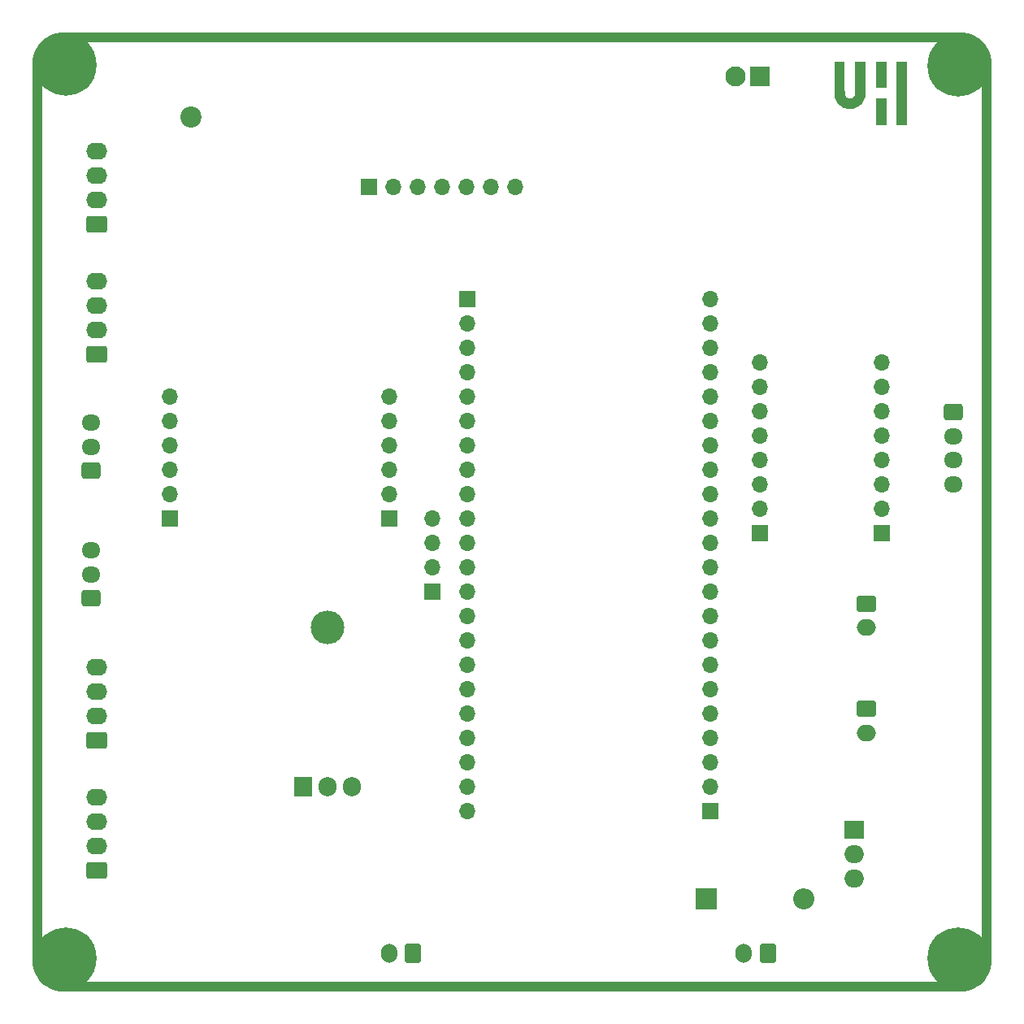
<source format=gbr>
%TF.GenerationSoftware,KiCad,Pcbnew,(7.0.0)*%
%TF.CreationDate,2023-04-24T11:20:32+02:00*%
%TF.ProjectId,Weatherstation_ESP32S3_Backplane,57656174-6865-4727-9374-6174696f6e5f,rev?*%
%TF.SameCoordinates,Original*%
%TF.FileFunction,Soldermask,Bot*%
%TF.FilePolarity,Negative*%
%FSLAX46Y46*%
G04 Gerber Fmt 4.6, Leading zero omitted, Abs format (unit mm)*
G04 Created by KiCad (PCBNEW (7.0.0)) date 2023-04-24 11:20:32*
%MOMM*%
%LPD*%
G01*
G04 APERTURE LIST*
G04 Aperture macros list*
%AMRoundRect*
0 Rectangle with rounded corners*
0 $1 Rounding radius*
0 $2 $3 $4 $5 $6 $7 $8 $9 X,Y pos of 4 corners*
0 Add a 4 corners polygon primitive as box body*
4,1,4,$2,$3,$4,$5,$6,$7,$8,$9,$2,$3,0*
0 Add four circle primitives for the rounded corners*
1,1,$1+$1,$2,$3*
1,1,$1+$1,$4,$5*
1,1,$1+$1,$6,$7*
1,1,$1+$1,$8,$9*
0 Add four rect primitives between the rounded corners*
20,1,$1+$1,$2,$3,$4,$5,0*
20,1,$1+$1,$4,$5,$6,$7,0*
20,1,$1+$1,$6,$7,$8,$9,0*
20,1,$1+$1,$8,$9,$2,$3,0*%
G04 Aperture macros list end*
%ADD10R,1.700000X1.700000*%
%ADD11O,1.700000X1.700000*%
%ADD12O,3.500000X3.500000*%
%ADD13R,1.905000X2.000000*%
%ADD14O,1.905000X2.000000*%
%ADD15RoundRect,0.250000X0.845000X-0.620000X0.845000X0.620000X-0.845000X0.620000X-0.845000X-0.620000X0*%
%ADD16O,2.190000X1.740000*%
%ADD17C,0.800000*%
%ADD18C,6.400000*%
%ADD19R,2.000000X1.905000*%
%ADD20O,2.000000X1.905000*%
%ADD21C,2.200000*%
%ADD22RoundRect,0.250000X0.600000X0.750000X-0.600000X0.750000X-0.600000X-0.750000X0.600000X-0.750000X0*%
%ADD23O,1.700000X2.000000*%
%ADD24R,2.200000X2.200000*%
%ADD25O,2.200000X2.200000*%
%ADD26RoundRect,0.250000X-0.750000X0.600000X-0.750000X-0.600000X0.750000X-0.600000X0.750000X0.600000X0*%
%ADD27O,2.000000X1.700000*%
%ADD28RoundRect,0.250000X0.725000X-0.600000X0.725000X0.600000X-0.725000X0.600000X-0.725000X-0.600000X0*%
%ADD29O,1.950000X1.700000*%
%ADD30R,2.100000X2.100000*%
%ADD31C,2.100000*%
%ADD32RoundRect,0.250000X-0.725000X0.600000X-0.725000X-0.600000X0.725000X-0.600000X0.725000X0.600000X0*%
G04 APERTURE END LIST*
%TO.C,G\u002A\u002A\u002A*%
G36*
X223626858Y-39026253D02*
G01*
X223626858Y-42309119D01*
X223082841Y-42309119D01*
X222538823Y-42309119D01*
X222538823Y-39026253D01*
X222538823Y-35743388D01*
X223082841Y-35743388D01*
X223626858Y-35743388D01*
X223626858Y-39026253D01*
G37*
G36*
X221463294Y-40939695D02*
G01*
X221463294Y-42309119D01*
X220919276Y-42309119D01*
X220375258Y-42309119D01*
X220375258Y-40939695D01*
X220375258Y-39570271D01*
X220919276Y-39570271D01*
X221463294Y-39570271D01*
X221463294Y-40939695D01*
G37*
G36*
X221463294Y-37112812D02*
G01*
X221463294Y-38482236D01*
X220919276Y-38482236D01*
X220375258Y-38482236D01*
X220375258Y-37112812D01*
X220375258Y-35743388D01*
X220919276Y-35743388D01*
X221463294Y-35743388D01*
X221463294Y-37112812D01*
G37*
G36*
X217136164Y-37410332D02*
G01*
X217136161Y-37508925D01*
X217136145Y-37742743D01*
X217136156Y-37953370D01*
X217136244Y-38142112D01*
X217136460Y-38310277D01*
X217136854Y-38459172D01*
X217137477Y-38590103D01*
X217138378Y-38704378D01*
X217139609Y-38803303D01*
X217141220Y-38888186D01*
X217143260Y-38960334D01*
X217145781Y-39021053D01*
X217148832Y-39071651D01*
X217152465Y-39113434D01*
X217156729Y-39147709D01*
X217161674Y-39175784D01*
X217167352Y-39198966D01*
X217173812Y-39218560D01*
X217181106Y-39235876D01*
X217189282Y-39252218D01*
X217198392Y-39268895D01*
X217208486Y-39287213D01*
X217234634Y-39329716D01*
X217304723Y-39411057D01*
X217391342Y-39478577D01*
X217489890Y-39529042D01*
X217595765Y-39559222D01*
X217679004Y-39566069D01*
X217781720Y-39553880D01*
X217879851Y-39520616D01*
X217970437Y-39468461D01*
X218050518Y-39399600D01*
X218117136Y-39316218D01*
X218167329Y-39220499D01*
X218198139Y-39114626D01*
X218200117Y-39095260D01*
X218202172Y-39053296D01*
X218204018Y-38989797D01*
X218205658Y-38904417D01*
X218207095Y-38796808D01*
X218208331Y-38666621D01*
X218209370Y-38513509D01*
X218210214Y-38337125D01*
X218210865Y-38137120D01*
X218211327Y-37913146D01*
X218211602Y-37664857D01*
X218211693Y-37391903D01*
X218211693Y-35743388D01*
X218755711Y-35743388D01*
X219299729Y-35743388D01*
X219299481Y-37459858D01*
X219299467Y-37521988D01*
X219299294Y-37772563D01*
X219298942Y-38006512D01*
X219298418Y-38223073D01*
X219297725Y-38421484D01*
X219296870Y-38600982D01*
X219295858Y-38760805D01*
X219294694Y-38900191D01*
X219293384Y-39018376D01*
X219291933Y-39114599D01*
X219290346Y-39188098D01*
X219288629Y-39238109D01*
X219286787Y-39263870D01*
X219268077Y-39370358D01*
X219215126Y-39563715D01*
X219139706Y-39748139D01*
X219042966Y-39921697D01*
X218926059Y-40082454D01*
X218790132Y-40228475D01*
X218636337Y-40357827D01*
X218518193Y-40435878D01*
X218373888Y-40512247D01*
X218220488Y-40576622D01*
X218065420Y-40625919D01*
X217916114Y-40657051D01*
X217857272Y-40663418D01*
X217767129Y-40668078D01*
X217667570Y-40669022D01*
X217567142Y-40666354D01*
X217474393Y-40660182D01*
X217397871Y-40650611D01*
X217397082Y-40650476D01*
X217201773Y-40604410D01*
X217015293Y-40535193D01*
X216839055Y-40443558D01*
X216674473Y-40330239D01*
X216522960Y-40195972D01*
X216472420Y-40142980D01*
X216348985Y-39989341D01*
X216243658Y-39820411D01*
X216158179Y-39639222D01*
X216094286Y-39448805D01*
X216054382Y-39301389D01*
X216050966Y-37522388D01*
X216047549Y-35743388D01*
X216591857Y-35743388D01*
X217136164Y-35743388D01*
X217136164Y-37410332D01*
G37*
%TD*%
D10*
%TO.C,J15*%
X174139999Y-90949999D03*
D11*
X174139999Y-88409999D03*
X174139999Y-85869999D03*
X174139999Y-83329999D03*
%TD*%
D12*
%TO.C,U1*%
X163229999Y-94639999D03*
D13*
X160689999Y-111299999D03*
D14*
X163229999Y-111299999D03*
X165769999Y-111299999D03*
%TD*%
D15*
%TO.C,J8*%
X139190000Y-52655000D03*
D16*
X139189999Y-50114999D03*
X139189999Y-47574999D03*
X139189999Y-45034999D03*
%TD*%
D17*
%TO.C,H3*%
X226590000Y-129170000D03*
X227292944Y-127472944D03*
X227292944Y-130867056D03*
X228990000Y-126770000D03*
D18*
X228990000Y-129170000D03*
D17*
X228990000Y-131570000D03*
X230687056Y-127472944D03*
X230687056Y-130867056D03*
X231390000Y-129170000D03*
%TD*%
D19*
%TO.C,Q1*%
X218154999Y-115769999D03*
D20*
X218154999Y-118309999D03*
X218154999Y-120849999D03*
%TD*%
D21*
%TO.C,H5*%
X149000000Y-41510000D03*
%TD*%
D22*
%TO.C,J18*%
X209120000Y-128625000D03*
D23*
X206619999Y-128624999D03*
%TD*%
D24*
%TO.C,D2*%
X202699999Y-122929999D03*
D25*
X212859999Y-122929999D03*
%TD*%
D22*
%TO.C,J1*%
X172180000Y-128595000D03*
D23*
X169679999Y-128594999D03*
%TD*%
D26*
%TO.C,J11*%
X219390000Y-103140000D03*
D27*
X219389999Y-105639999D03*
%TD*%
D10*
%TO.C,J13*%
X177799999Y-60469999D03*
D11*
X177799999Y-63009999D03*
X177799999Y-65549999D03*
X177799999Y-68089999D03*
X177799999Y-70629999D03*
X177799999Y-73169999D03*
X177799999Y-75709999D03*
X177799999Y-78249999D03*
X177799999Y-80789999D03*
X177799999Y-83329999D03*
X177799999Y-85869999D03*
X177799999Y-88409999D03*
X177799999Y-90949999D03*
X177799999Y-93489999D03*
X177799999Y-96029999D03*
X177799999Y-98569999D03*
X177799999Y-101109999D03*
X177799999Y-103649999D03*
X177799999Y-106189999D03*
X177799999Y-108729999D03*
X177799999Y-111269999D03*
X177799999Y-113809999D03*
%TD*%
D17*
%TO.C,H4*%
X133550000Y-129170000D03*
X134252944Y-127472944D03*
X134252944Y-130867056D03*
X135950000Y-126770000D03*
D18*
X135950000Y-129170000D03*
D17*
X135950000Y-131570000D03*
X137647056Y-127472944D03*
X137647056Y-130867056D03*
X138350000Y-129170000D03*
%TD*%
D10*
%TO.C,J14*%
X203149999Y-113769999D03*
D11*
X203149999Y-111229999D03*
X203149999Y-108689999D03*
X203149999Y-106149999D03*
X203149999Y-103609999D03*
X203149999Y-101069999D03*
X203149999Y-98529999D03*
X203149999Y-95989999D03*
X203149999Y-93449999D03*
X203149999Y-90909999D03*
X203149999Y-88369999D03*
X203149999Y-85829999D03*
X203149999Y-83289999D03*
X203149999Y-80749999D03*
X203149999Y-78209999D03*
X203149999Y-75669999D03*
X203149999Y-73129999D03*
X203149999Y-70589999D03*
X203149999Y-68049999D03*
X203149999Y-65509999D03*
X203149999Y-62969999D03*
X203149999Y-60429999D03*
%TD*%
D28*
%TO.C,J2*%
X138620000Y-91665000D03*
D29*
X138619999Y-89164999D03*
X138619999Y-86664999D03*
%TD*%
D10*
%TO.C,J5*%
X208299999Y-84869999D03*
D11*
X208299999Y-82329999D03*
X208299999Y-79789999D03*
X208299999Y-77249999D03*
X208299999Y-74709999D03*
X208299999Y-72169999D03*
X208299999Y-69629999D03*
X208299999Y-67089999D03*
%TD*%
D10*
%TO.C,J6*%
X220999999Y-84869999D03*
D11*
X220999999Y-82329999D03*
X220999999Y-79789999D03*
X220999999Y-77249999D03*
X220999999Y-74709999D03*
X220999999Y-72169999D03*
X220999999Y-69629999D03*
X220999999Y-67089999D03*
%TD*%
D17*
%TO.C,H2*%
X226590000Y-36130000D03*
X227292944Y-34432944D03*
X227292944Y-37827056D03*
X228990000Y-33730000D03*
D18*
X228990000Y-36130000D03*
D17*
X228990000Y-38530000D03*
X230687056Y-34432944D03*
X230687056Y-37827056D03*
X231390000Y-36130000D03*
%TD*%
%TO.C,H1*%
X133550000Y-36127056D03*
X134252944Y-34430000D03*
X134252944Y-37824112D03*
X135950000Y-33727056D03*
D18*
X135950000Y-36127056D03*
D17*
X135950000Y-38527056D03*
X137647056Y-34430000D03*
X137647056Y-37824112D03*
X138350000Y-36127056D03*
%TD*%
D26*
%TO.C,J16*%
X219390000Y-92200000D03*
D27*
X219389999Y-94699999D03*
%TD*%
D15*
%TO.C,J17*%
X139190000Y-119985000D03*
D16*
X139189999Y-117444999D03*
X139189999Y-114904999D03*
X139189999Y-112364999D03*
%TD*%
D15*
%TO.C,J12*%
X139190000Y-106415000D03*
D16*
X139189999Y-103874999D03*
X139189999Y-101334999D03*
X139189999Y-98794999D03*
%TD*%
D10*
%TO.C,J19*%
X146819999Y-83289999D03*
D11*
X146819999Y-80749999D03*
X146819999Y-78209999D03*
X146819999Y-75669999D03*
X146819999Y-73129999D03*
X146819999Y-70589999D03*
%TD*%
D30*
%TO.C,J9*%
X208319999Y-37239999D03*
D31*
X205780000Y-37240000D03*
%TD*%
D28*
%TO.C,J3*%
X138620000Y-78355000D03*
D29*
X138619999Y-75854999D03*
X138619999Y-73354999D03*
%TD*%
D32*
%TO.C,J7*%
X228460000Y-72240000D03*
D29*
X228459999Y-74739999D03*
X228459999Y-77239999D03*
X228459999Y-79739999D03*
%TD*%
D10*
%TO.C,J4*%
X167539999Y-48789999D03*
D11*
X170079999Y-48789999D03*
X172619999Y-48789999D03*
X175159999Y-48789999D03*
X177699999Y-48789999D03*
X180239999Y-48789999D03*
X182779999Y-48789999D03*
%TD*%
D15*
%TO.C,J10*%
X139190000Y-66225000D03*
D16*
X139189999Y-63684999D03*
X139189999Y-61144999D03*
X139189999Y-58604999D03*
%TD*%
D10*
%TO.C,J20*%
X169679999Y-83289999D03*
D11*
X169679999Y-80749999D03*
X169679999Y-78209999D03*
X169679999Y-75669999D03*
X169679999Y-73129999D03*
X169679999Y-70589999D03*
%TD*%
G36*
X231370666Y-33535760D02*
G01*
X231483408Y-33636512D01*
X231483488Y-33636592D01*
X231722607Y-33904167D01*
X231722677Y-33904254D01*
X231930333Y-34196918D01*
X231930392Y-34197013D01*
X232103975Y-34511088D01*
X232104024Y-34511189D01*
X232241351Y-34842724D01*
X232241388Y-34842830D01*
X232340730Y-35187656D01*
X232340755Y-35187765D01*
X232400865Y-35541546D01*
X232400877Y-35541658D01*
X232420998Y-35899944D01*
X232421000Y-35900000D01*
X232421000Y-129400000D01*
X232420998Y-129400056D01*
X232400877Y-129758342D01*
X232400865Y-129758454D01*
X232340755Y-130112235D01*
X232340730Y-130112344D01*
X232241388Y-130457170D01*
X232241351Y-130457276D01*
X232104024Y-130788811D01*
X232103975Y-130788912D01*
X231930392Y-131102987D01*
X231930333Y-131103082D01*
X231722677Y-131395746D01*
X231722607Y-131395833D01*
X231483488Y-131663408D01*
X231483408Y-131663488D01*
X231370666Y-131764240D01*
X231369963Y-131764493D01*
X231369280Y-131764188D01*
X231369000Y-131763494D01*
X231369000Y-33536506D01*
X231369280Y-33535812D01*
X231369963Y-33535507D01*
X231370666Y-33535760D01*
G37*
G36*
X231370707Y-131549293D02*
G01*
X231371000Y-131550000D01*
X231371000Y-131763494D01*
X231370913Y-131763902D01*
X231370666Y-131764240D01*
X231215833Y-131902607D01*
X231215746Y-131902677D01*
X230923082Y-132110333D01*
X230922987Y-132110392D01*
X230608912Y-132283975D01*
X230608811Y-132284024D01*
X230277276Y-132421351D01*
X230277170Y-132421388D01*
X229932344Y-132520730D01*
X229932235Y-132520755D01*
X229578454Y-132580865D01*
X229578342Y-132580877D01*
X229220056Y-132600998D01*
X229220000Y-132601000D01*
X135720000Y-132601000D01*
X135719944Y-132600998D01*
X135361658Y-132580877D01*
X135361546Y-132580865D01*
X135007765Y-132520755D01*
X135007656Y-132520730D01*
X134662830Y-132421388D01*
X134662724Y-132421351D01*
X134331189Y-132284024D01*
X134331088Y-132283975D01*
X134017013Y-132110392D01*
X134016918Y-132110333D01*
X133724254Y-131902677D01*
X133724167Y-131902607D01*
X133569334Y-131764240D01*
X133569087Y-131763902D01*
X133569000Y-131763494D01*
X133569000Y-131550000D01*
X133569293Y-131549293D01*
X133570000Y-131549000D01*
X231370000Y-131549000D01*
X231370707Y-131549293D01*
G37*
G36*
X133570720Y-33535812D02*
G01*
X133571000Y-33536506D01*
X133571000Y-131763494D01*
X133570720Y-131764188D01*
X133570037Y-131764493D01*
X133569334Y-131764240D01*
X133456592Y-131663488D01*
X133456512Y-131663408D01*
X133217393Y-131395833D01*
X133217323Y-131395746D01*
X133009667Y-131103082D01*
X133009608Y-131102987D01*
X132836025Y-130788912D01*
X132835976Y-130788811D01*
X132698649Y-130457276D01*
X132698612Y-130457170D01*
X132599270Y-130112344D01*
X132599245Y-130112235D01*
X132539135Y-129758454D01*
X132539123Y-129758342D01*
X132519002Y-129400056D01*
X132519000Y-129400000D01*
X132519000Y-35900000D01*
X132519002Y-35899944D01*
X132539123Y-35541658D01*
X132539135Y-35541546D01*
X132599245Y-35187765D01*
X132599270Y-35187656D01*
X132698612Y-34842830D01*
X132698649Y-34842724D01*
X132835976Y-34511189D01*
X132836025Y-34511088D01*
X133009608Y-34197013D01*
X133009667Y-34196918D01*
X133217323Y-33904254D01*
X133217393Y-33904167D01*
X133456512Y-33636592D01*
X133456592Y-33636512D01*
X133569334Y-33535760D01*
X133570037Y-33535507D01*
X133570720Y-33535812D01*
G37*
G36*
X231370707Y-33749293D02*
G01*
X231371000Y-33750000D01*
X231371000Y-34010000D01*
X231370707Y-34010707D01*
X231370000Y-34011000D01*
X231369293Y-34010707D01*
X231109293Y-33750707D01*
X231109000Y-33750000D01*
X231109293Y-33749293D01*
X231110000Y-33749000D01*
X231370000Y-33749000D01*
X231370707Y-33749293D01*
G37*
G36*
X133512896Y-131174438D02*
G01*
X133554791Y-131219343D01*
X133570000Y-131278845D01*
X133570000Y-131283674D01*
X133573788Y-131297813D01*
X133591655Y-131315680D01*
X133601179Y-131321179D01*
X133821361Y-131541361D01*
X133830932Y-131547756D01*
X133842211Y-131550000D01*
X133851007Y-131550000D01*
X133910461Y-131565183D01*
X133955356Y-131607013D01*
X133974698Y-131665247D01*
X133963750Y-131725624D01*
X133925193Y-131773360D01*
X133868470Y-131796764D01*
X133859310Y-131798067D01*
X133847694Y-131799165D01*
X133832928Y-131799862D01*
X133827081Y-131800000D01*
X133658184Y-131800000D01*
X133613963Y-131791847D01*
X133575557Y-131768460D01*
X133462450Y-131667382D01*
X133452617Y-131657549D01*
X133351540Y-131544443D01*
X133328153Y-131506037D01*
X133320000Y-131461816D01*
X133320000Y-131302868D01*
X133320132Y-131297148D01*
X133320801Y-131282661D01*
X133321859Y-131271240D01*
X133323190Y-131261704D01*
X133346478Y-131204876D01*
X133394179Y-131166193D01*
X133454591Y-131155143D01*
X133512896Y-131174438D01*
G37*
G36*
X231370707Y-131289293D02*
G01*
X231371000Y-131290000D01*
X231371000Y-131550000D01*
X231370707Y-131550707D01*
X231370000Y-131551000D01*
X231110000Y-131551000D01*
X231109293Y-131550707D01*
X231109000Y-131550000D01*
X231109293Y-131549293D01*
X231369293Y-131289293D01*
X231370000Y-131289000D01*
X231370707Y-131289293D01*
G37*
G36*
X133810707Y-33749293D02*
G01*
X133811000Y-33750000D01*
X133810707Y-33750707D01*
X133570707Y-33990707D01*
X133570000Y-33991000D01*
X133569293Y-33990707D01*
X133569000Y-33990000D01*
X133569000Y-33750000D01*
X133569293Y-33749293D01*
X133570000Y-33749000D01*
X133810000Y-33749000D01*
X133810707Y-33749293D01*
G37*
G36*
X229220056Y-32699002D02*
G01*
X229578342Y-32719123D01*
X229578454Y-32719135D01*
X229932235Y-32779245D01*
X229932344Y-32779270D01*
X230277170Y-32878612D01*
X230277276Y-32878649D01*
X230608811Y-33015976D01*
X230608912Y-33016025D01*
X230922987Y-33189608D01*
X230923082Y-33189667D01*
X231215746Y-33397323D01*
X231215833Y-33397393D01*
X231370666Y-33535760D01*
X231370913Y-33536098D01*
X231371000Y-33536506D01*
X231371000Y-33750000D01*
X231370707Y-33750707D01*
X231370000Y-33751000D01*
X133570000Y-33751000D01*
X133569293Y-33750707D01*
X133569000Y-33750000D01*
X133569000Y-33536506D01*
X133569087Y-33536098D01*
X133569334Y-33535760D01*
X133724167Y-33397393D01*
X133724254Y-33397323D01*
X134016918Y-33189667D01*
X134017013Y-33189608D01*
X134331088Y-33016025D01*
X134331189Y-33015976D01*
X134662724Y-32878649D01*
X134662830Y-32878612D01*
X135007656Y-32779270D01*
X135007765Y-32779245D01*
X135361546Y-32719135D01*
X135361658Y-32719123D01*
X135719944Y-32699002D01*
X135720000Y-32699000D01*
X229220000Y-32699000D01*
X229220056Y-32699002D01*
G37*
M02*

</source>
